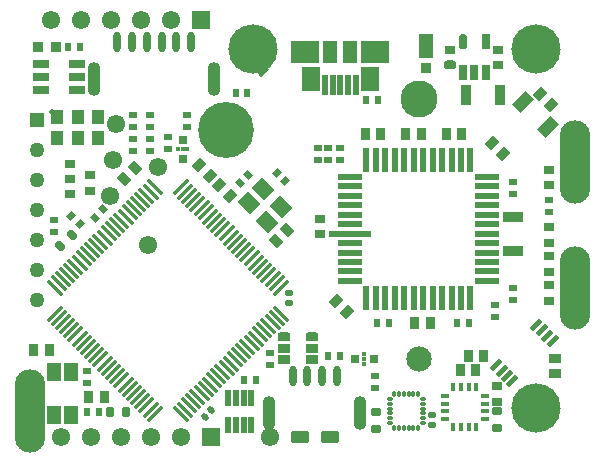
<source format=gts>
%FSLAX44Y44*%
%MOMM*%
G71*
G01*
G75*
G04 Layer_Color=8388736*
G04:AMPARAMS|DCode=10|XSize=2.8194mm|YSize=1.016mm|CornerRadius=0.508mm|HoleSize=0mm|Usage=FLASHONLY|Rotation=90.000|XOffset=0mm|YOffset=0mm|HoleType=Round|Shape=RoundedRectangle|*
%AMROUNDEDRECTD10*
21,1,2.8194,0.0000,0,0,90.0*
21,1,1.8034,1.0160,0,0,90.0*
1,1,1.0160,0.0000,0.9017*
1,1,1.0160,0.0000,-0.9017*
1,1,1.0160,0.0000,-0.9017*
1,1,1.0160,0.0000,0.9017*
%
%ADD10ROUNDEDRECTD10*%
G04:AMPARAMS|DCode=11|XSize=0.6096mm|YSize=1.7018mm|CornerRadius=0.3048mm|HoleSize=0mm|Usage=FLASHONLY|Rotation=0.000|XOffset=0mm|YOffset=0mm|HoleType=Round|Shape=RoundedRectangle|*
%AMROUNDEDRECTD11*
21,1,0.6096,1.0922,0,0,0.0*
21,1,0.0000,1.7018,0,0,0.0*
1,1,0.6096,0.0000,-0.5461*
1,1,0.6096,0.0000,-0.5461*
1,1,0.6096,0.0000,0.5461*
1,1,0.6096,0.0000,0.5461*
%
%ADD11ROUNDEDRECTD11*%
G04:AMPARAMS|DCode=12|XSize=0.508mm|YSize=0.6096mm|CornerRadius=0mm|HoleSize=0mm|Usage=FLASHONLY|Rotation=45.000|XOffset=0mm|YOffset=0mm|HoleType=Round|Shape=Rectangle|*
%AMROTATEDRECTD12*
4,1,4,0.0359,-0.3951,-0.3951,0.0359,-0.0359,0.3951,0.3951,-0.0359,0.0359,-0.3951,0.0*
%
%ADD12ROTATEDRECTD12*%

G04:AMPARAMS|DCode=13|XSize=0.3mm|YSize=1.8mm|CornerRadius=0mm|HoleSize=0mm|Usage=FLASHONLY|Rotation=225.000|XOffset=0mm|YOffset=0mm|HoleType=Round|Shape=Round|*
%AMOVALD13*
21,1,1.5000,0.3000,0.0000,0.0000,315.0*
1,1,0.3000,-0.5303,0.5303*
1,1,0.3000,0.5303,-0.5303*
%
%ADD13OVALD13*%

G04:AMPARAMS|DCode=14|XSize=0.3mm|YSize=1.8mm|CornerRadius=0mm|HoleSize=0mm|Usage=FLASHONLY|Rotation=315.000|XOffset=0mm|YOffset=0mm|HoleType=Round|Shape=Round|*
%AMOVALD14*
21,1,1.5000,0.3000,0.0000,0.0000,45.0*
1,1,0.3000,-0.5303,-0.5303*
1,1,0.3000,0.5303,0.5303*
%
%ADD14OVALD14*%

%ADD15R,0.6096X0.5080*%
%ADD16R,0.5080X0.6096*%
G04:AMPARAMS|DCode=17|XSize=0.508mm|YSize=0.6096mm|CornerRadius=0.127mm|HoleSize=0mm|Usage=FLASHONLY|Rotation=225.000|XOffset=0mm|YOffset=0mm|HoleType=Round|Shape=RoundedRectangle|*
%AMROUNDEDRECTD17*
21,1,0.5080,0.3556,0,0,225.0*
21,1,0.2540,0.6096,0,0,225.0*
1,1,0.2540,-0.2155,0.0359*
1,1,0.2540,-0.0359,0.2155*
1,1,0.2540,0.2155,-0.0359*
1,1,0.2540,0.0359,-0.2155*
%
%ADD17ROUNDEDRECTD17*%
%ADD18R,0.4318X1.3208*%
G04:AMPARAMS|DCode=19|XSize=0.6096mm|YSize=0.9144mm|CornerRadius=0.1524mm|HoleSize=0mm|Usage=FLASHONLY|Rotation=270.000|XOffset=0mm|YOffset=0mm|HoleType=Round|Shape=RoundedRectangle|*
%AMROUNDEDRECTD19*
21,1,0.6096,0.6096,0,0,270.0*
21,1,0.3048,0.9144,0,0,270.0*
1,1,0.3048,-0.3048,-0.1524*
1,1,0.3048,-0.3048,0.1524*
1,1,0.3048,0.3048,0.1524*
1,1,0.3048,0.3048,-0.1524*
%
%ADD19ROUNDEDRECTD19*%
G04:AMPARAMS|DCode=20|XSize=0.508mm|YSize=0.6096mm|CornerRadius=0.127mm|HoleSize=0mm|Usage=FLASHONLY|Rotation=90.000|XOffset=0mm|YOffset=0mm|HoleType=Round|Shape=RoundedRectangle|*
%AMROUNDEDRECTD20*
21,1,0.5080,0.3556,0,0,90.0*
21,1,0.2540,0.6096,0,0,90.0*
1,1,0.2540,0.1778,0.1270*
1,1,0.2540,0.1778,-0.1270*
1,1,0.2540,-0.1778,-0.1270*
1,1,0.2540,-0.1778,0.1270*
%
%ADD20ROUNDEDRECTD20*%
G04:AMPARAMS|DCode=21|XSize=0.4572mm|YSize=0.2286mm|CornerRadius=0.0572mm|HoleSize=0mm|Usage=FLASHONLY|Rotation=180.000|XOffset=0mm|YOffset=0mm|HoleType=Round|Shape=RoundedRectangle|*
%AMROUNDEDRECTD21*
21,1,0.4572,0.1143,0,0,180.0*
21,1,0.3429,0.2286,0,0,180.0*
1,1,0.1143,-0.1714,0.0572*
1,1,0.1143,0.1714,0.0572*
1,1,0.1143,0.1714,-0.0572*
1,1,0.1143,-0.1714,-0.0572*
%
%ADD21ROUNDEDRECTD21*%
G04:AMPARAMS|DCode=22|XSize=0.4572mm|YSize=0.2286mm|CornerRadius=0.0572mm|HoleSize=0mm|Usage=FLASHONLY|Rotation=90.000|XOffset=0mm|YOffset=0mm|HoleType=Round|Shape=RoundedRectangle|*
%AMROUNDEDRECTD22*
21,1,0.4572,0.1143,0,0,90.0*
21,1,0.3429,0.2286,0,0,90.0*
1,1,0.1143,0.0572,0.1714*
1,1,0.1143,0.0572,-0.1714*
1,1,0.1143,-0.0572,-0.1714*
1,1,0.1143,-0.0572,0.1714*
%
%ADD22ROUNDEDRECTD22*%
%ADD23R,0.9144X1.6002*%
G04:AMPARAMS|DCode=24|XSize=0.9144mm|YSize=1.6002mm|CornerRadius=0mm|HoleSize=0mm|Usage=FLASHONLY|Rotation=315.000|XOffset=0mm|YOffset=0mm|HoleType=Round|Shape=Rectangle|*
%AMROTATEDRECTD24*
4,1,4,-0.8891,-0.2425,0.2425,0.8891,0.8891,0.2425,-0.2425,-0.8891,-0.8891,-0.2425,0.0*
%
%ADD24ROTATEDRECTD24*%

%ADD25R,0.4064X0.4064*%
%ADD26R,0.6096X0.6096*%
%ADD27R,0.4572X1.7018*%
%ADD28R,0.4064X0.4064*%
%ADD29R,0.6096X0.6096*%
G04:AMPARAMS|DCode=30|XSize=1.4224mm|YSize=1.2192mm|CornerRadius=0mm|HoleSize=0mm|Usage=FLASHONLY|Rotation=315.019|XOffset=0mm|YOffset=0mm|HoleType=Round|Shape=Rectangle|*
%AMROTATEDRECTD30*
4,1,4,-0.9340,0.0715,-0.0722,0.9339,0.9340,-0.0715,0.0722,-0.9339,-0.9340,0.0715,0.0*
%
%ADD30ROTATEDRECTD30*%

%ADD31R,0.8128X0.8128*%
%ADD32R,1.1176X2.0066*%
%ADD33R,0.9144X0.7112*%
G04:AMPARAMS|DCode=34|XSize=0.7112mm|YSize=0.9144mm|CornerRadius=0.1778mm|HoleSize=0mm|Usage=FLASHONLY|Rotation=90.000|XOffset=0mm|YOffset=0mm|HoleType=Round|Shape=RoundedRectangle|*
%AMROUNDEDRECTD34*
21,1,0.7112,0.5588,0,0,90.0*
21,1,0.3556,0.9144,0,0,90.0*
1,1,0.3556,0.2794,0.1778*
1,1,0.3556,0.2794,-0.1778*
1,1,0.3556,-0.2794,-0.1778*
1,1,0.3556,-0.2794,0.1778*
%
%ADD34ROUNDEDRECTD34*%
G04:AMPARAMS|DCode=35|XSize=0.508mm|YSize=0.6096mm|CornerRadius=0mm|HoleSize=0mm|Usage=FLASHONLY|Rotation=270.010|XOffset=0mm|YOffset=0mm|HoleType=Round|Shape=Rectangle|*
%AMROTATEDRECTD35*
4,1,4,-0.3048,0.2540,0.3048,0.2541,0.3048,-0.2540,-0.3048,-0.2541,-0.3048,0.2540,0.0*
%
%ADD35ROTATEDRECTD35*%

G04:AMPARAMS|DCode=36|XSize=0.4064mm|YSize=1.0414mm|CornerRadius=0mm|HoleSize=0mm|Usage=FLASHONLY|Rotation=135.009|XOffset=0mm|YOffset=0mm|HoleType=Round|Shape=Rectangle|*
%AMROTATEDRECTD36*
4,1,4,0.5118,0.2246,-0.2244,-0.5119,-0.5118,-0.2246,0.2244,0.5119,0.5118,0.2246,0.0*
%
%ADD36ROTATEDRECTD36*%

G04:AMPARAMS|DCode=37|XSize=0.7112mm|YSize=0.9144mm|CornerRadius=0mm|HoleSize=0mm|Usage=FLASHONLY|Rotation=0.002|XOffset=0mm|YOffset=0mm|HoleType=Round|Shape=Rectangle|*
%AMROTATEDRECTD37*
4,1,4,-0.3556,-0.4572,-0.3556,0.4572,0.3556,0.4572,0.3556,-0.4572,-0.3556,-0.4572,0.0*
%
%ADD37ROTATEDRECTD37*%

%ADD38P,1.1495X4X315.0*%
G04:AMPARAMS|DCode=39|XSize=0.6604mm|YSize=0.3048mm|CornerRadius=0mm|HoleSize=0mm|Usage=FLASHONLY|Rotation=270.002|XOffset=0mm|YOffset=0mm|HoleType=Round|Shape=Rectangle|*
%AMROTATEDRECTD39*
4,1,4,-0.1524,0.3302,0.1524,0.3302,0.1524,-0.3302,-0.1524,-0.3302,-0.1524,0.3302,0.0*
%
%ADD39ROTATEDRECTD39*%

G04:AMPARAMS|DCode=40|XSize=0.6604mm|YSize=0.3048mm|CornerRadius=0mm|HoleSize=0mm|Usage=FLASHONLY|Rotation=180.002|XOffset=0mm|YOffset=0mm|HoleType=Round|Shape=Rectangle|*
%AMROTATEDRECTD40*
4,1,4,0.3302,0.1524,0.3302,-0.1524,-0.3302,-0.1524,-0.3302,0.1524,0.3302,0.1524,0.0*
%
%ADD40ROTATEDRECTD40*%

G04:AMPARAMS|DCode=41|XSize=0.7112mm|YSize=1.016mm|CornerRadius=0mm|HoleSize=0mm|Usage=FLASHONLY|Rotation=90.010|XOffset=0mm|YOffset=0mm|HoleType=Round|Shape=Rectangle|*
%AMROTATEDRECTD41*
4,1,4,0.5081,-0.3555,-0.5079,-0.3557,-0.5081,0.3555,0.5079,0.3557,0.5081,-0.3555,0.0*
%
%ADD41ROTATEDRECTD41*%

G04:AMPARAMS|DCode=42|XSize=0.7112mm|YSize=1.016mm|CornerRadius=0.1778mm|HoleSize=0mm|Usage=FLASHONLY|Rotation=90.010|XOffset=0mm|YOffset=0mm|HoleType=Round|Shape=RoundedRectangle|*
%AMROUNDEDRECTD42*
21,1,0.7112,0.6604,0,0,90.0*
21,1,0.3556,1.0160,0,0,90.0*
1,1,0.3556,0.3302,0.1779*
1,1,0.3556,0.3302,-0.1777*
1,1,0.3556,-0.3302,-0.1779*
1,1,0.3556,-0.3302,0.1777*
%
%ADD42ROUNDEDRECTD42*%
%ADD43R,0.4318X2.0066*%
%ADD44R,2.0066X0.4318*%
%ADD45R,3.5052X0.4318*%
G04:AMPARAMS|DCode=46|XSize=0.7112mm|YSize=0.9144mm|CornerRadius=0mm|HoleSize=0mm|Usage=FLASHONLY|Rotation=135.009|XOffset=0mm|YOffset=0mm|HoleType=Round|Shape=Rectangle|*
%AMROTATEDRECTD46*
4,1,4,0.5747,0.0719,-0.0717,-0.5747,-0.5747,-0.0719,0.0717,0.5747,0.5747,0.0719,0.0*
%
%ADD46ROTATEDRECTD46*%

G04:AMPARAMS|DCode=47|XSize=0.508mm|YSize=0.6096mm|CornerRadius=0mm|HoleSize=0mm|Usage=FLASHONLY|Rotation=0.002|XOffset=0mm|YOffset=0mm|HoleType=Round|Shape=Rectangle|*
%AMROTATEDRECTD47*
4,1,4,-0.2540,-0.3048,-0.2540,0.3048,0.2540,0.3048,0.2540,-0.3048,-0.2540,-0.3048,0.0*
%
%ADD47ROTATEDRECTD47*%

G04:AMPARAMS|DCode=48|XSize=0.6096mm|YSize=0.9144mm|CornerRadius=0.1524mm|HoleSize=0mm|Usage=FLASHONLY|Rotation=180.000|XOffset=0mm|YOffset=0mm|HoleType=Round|Shape=RoundedRectangle|*
%AMROUNDEDRECTD48*
21,1,0.6096,0.6096,0,0,180.0*
21,1,0.3048,0.9144,0,0,180.0*
1,1,0.3048,-0.1524,0.3048*
1,1,0.3048,0.1524,0.3048*
1,1,0.3048,0.1524,-0.3048*
1,1,0.3048,-0.1524,-0.3048*
%
%ADD48ROUNDEDRECTD48*%
G04:AMPARAMS|DCode=49|XSize=0.6096mm|YSize=0.9144mm|CornerRadius=0.1524mm|HoleSize=0mm|Usage=FLASHONLY|Rotation=45.000|XOffset=0mm|YOffset=0mm|HoleType=Round|Shape=RoundedRectangle|*
%AMROUNDEDRECTD49*
21,1,0.6096,0.6096,0,0,45.0*
21,1,0.3048,0.9144,0,0,45.0*
1,1,0.3048,0.3233,-0.1078*
1,1,0.3048,0.1078,-0.3233*
1,1,0.3048,-0.3233,0.1078*
1,1,0.3048,-0.1078,0.3233*
%
%ADD49ROUNDEDRECTD49*%
G04:AMPARAMS|DCode=50|XSize=0.7112mm|YSize=0.9144mm|CornerRadius=0mm|HoleSize=0mm|Usage=FLASHONLY|Rotation=45.011|XOffset=0mm|YOffset=0mm|HoleType=Round|Shape=Rectangle|*
%AMROTATEDRECTD50*
4,1,4,0.0720,-0.5747,-0.5747,0.0717,-0.0720,0.5747,0.5747,-0.0717,0.0720,-0.5747,0.0*
%
%ADD50ROTATEDRECTD50*%

G04:AMPARAMS|DCode=51|XSize=0.7112mm|YSize=0.9144mm|CornerRadius=0mm|HoleSize=0mm|Usage=FLASHONLY|Rotation=0.010|XOffset=0mm|YOffset=0mm|HoleType=Round|Shape=Rectangle|*
%AMROTATEDRECTD51*
4,1,4,-0.3555,-0.4573,-0.3557,0.4571,0.3555,0.4573,0.3557,-0.4571,-0.3555,-0.4573,0.0*
%
%ADD51ROTATEDRECTD51*%

G04:AMPARAMS|DCode=52|XSize=1.4224mm|YSize=1.0668mm|CornerRadius=0mm|HoleSize=0mm|Usage=FLASHONLY|Rotation=270.010|XOffset=0mm|YOffset=0mm|HoleType=Round|Shape=Rectangle|*
%AMROTATEDRECTD52*
4,1,4,-0.5335,0.7111,0.5333,0.7113,0.5335,-0.7111,-0.5333,-0.7113,-0.5335,0.7111,0.0*
%
%ADD52ROTATEDRECTD52*%

G04:AMPARAMS|DCode=53|XSize=0.7112mm|YSize=0.9144mm|CornerRadius=0mm|HoleSize=0mm|Usage=FLASHONLY|Rotation=90.010|XOffset=0mm|YOffset=0mm|HoleType=Round|Shape=Rectangle|*
%AMROTATEDRECTD53*
4,1,4,0.4573,-0.3555,-0.4571,-0.3557,-0.4573,0.3555,0.4571,0.3557,0.4573,-0.3555,0.0*
%
%ADD53ROTATEDRECTD53*%

G04:AMPARAMS|DCode=54|XSize=0.508mm|YSize=0.6096mm|CornerRadius=0mm|HoleSize=0mm|Usage=FLASHONLY|Rotation=135.000|XOffset=0mm|YOffset=0mm|HoleType=Round|Shape=Rectangle|*
%AMROTATEDRECTD54*
4,1,4,0.3951,0.0359,-0.0359,-0.3951,-0.3951,-0.0359,0.0359,0.3951,0.3951,0.0359,0.0*
%
%ADD54ROTATEDRECTD54*%

G04:AMPARAMS|DCode=55|XSize=0.5588mm|YSize=1.2192mm|CornerRadius=0.1397mm|HoleSize=0mm|Usage=FLASHONLY|Rotation=0.002|XOffset=0mm|YOffset=0mm|HoleType=Round|Shape=RoundedRectangle|*
%AMROUNDEDRECTD55*
21,1,0.5588,0.9398,0,0,0.0*
21,1,0.2794,1.2192,0,0,0.0*
1,1,0.2794,0.1397,-0.4699*
1,1,0.2794,-0.1397,-0.4699*
1,1,0.2794,-0.1397,0.4699*
1,1,0.2794,0.1397,0.4699*
%
%ADD55ROUNDEDRECTD55*%
G04:AMPARAMS|DCode=56|XSize=0.5588mm|YSize=1.2192mm|CornerRadius=0mm|HoleSize=0mm|Usage=FLASHONLY|Rotation=0.002|XOffset=0mm|YOffset=0mm|HoleType=Round|Shape=Rectangle|*
%AMROTATEDRECTD56*
4,1,4,-0.2794,-0.6096,-0.2794,0.6096,0.2794,0.6096,0.2794,-0.6096,-0.2794,-0.6096,0.0*
%
%ADD56ROTATEDRECTD56*%

G04:AMPARAMS|DCode=57|XSize=0.508mm|YSize=0.6096mm|CornerRadius=0mm|HoleSize=0mm|Usage=FLASHONLY|Rotation=135.009|XOffset=0mm|YOffset=0mm|HoleType=Round|Shape=Rectangle|*
%AMROTATEDRECTD57*
4,1,4,0.3951,0.0360,-0.0359,-0.3951,-0.3951,-0.0360,0.0359,0.3951,0.3951,0.0360,0.0*
%
%ADD57ROTATEDRECTD57*%

%ADD58R,1.4986X2.1082*%
%ADD59R,2.3876X1.9050*%
%ADD60R,1.1938X1.9050*%
%ADD61R,1.0160X1.1176*%
%ADD62R,1.3208X0.7112*%
%ADD63R,1.6002X0.9144*%
%ADD64C,0.1270*%
%ADD65C,0.3000*%
%ADD66C,0.5000*%
%ADD67C,0.7000*%
%ADD68C,0.2540*%
%ADD69C,0.3810*%
%ADD70O,2.5400X7.0000*%
%ADD71C,1.5000*%
%ADD72R,1.5000X1.5000*%
%ADD73C,4.1148*%
%ADD74C,4.6863*%
%ADD75R,1.2192X1.2192*%
%ADD76C,1.2192*%
%ADD77C,3.0861*%
%ADD78C,2.0860*%
G04:AMPARAMS|DCode=79|XSize=1.5mm|YSize=1mm|CornerRadius=0.25mm|HoleSize=0mm|Usage=FLASHONLY|Rotation=180.000|XOffset=0mm|YOffset=0mm|HoleType=Round|Shape=RoundedRectangle|*
%AMROUNDEDRECTD79*
21,1,1.5000,0.5000,0,0,180.0*
21,1,1.0000,1.0000,0,0,180.0*
1,1,0.5000,-0.5000,0.2500*
1,1,0.5000,0.5000,0.2500*
1,1,0.5000,0.5000,-0.2500*
1,1,0.5000,-0.5000,-0.2500*
%
%ADD79ROUNDEDRECTD79*%
%ADD80C,0.4500*%
%ADD81O,3.0000X9.0000*%
%ADD82R,0.7366X2.5000*%
%ADD83R,0.7366X2.7940*%
G04:AMPARAMS|DCode=84|XSize=1.016mm|YSize=1.016mm|CornerRadius=0.508mm|HoleSize=0mm|Usage=FLASHONLY|Rotation=90.000|XOffset=0mm|YOffset=0mm|HoleType=Round|Shape=RoundedRectangle|*
%AMROUNDEDRECTD84*
21,1,1.0160,0.0000,0,0,90.0*
21,1,0.0000,1.0160,0,0,90.0*
1,1,1.0160,0.0000,0.0000*
1,1,1.0160,0.0000,0.0000*
1,1,1.0160,0.0000,0.0000*
1,1,1.0160,0.0000,0.0000*
%
%ADD84ROUNDEDRECTD84*%
G04:AMPARAMS|DCode=85|XSize=1.27mm|YSize=1.27mm|CornerRadius=0.635mm|HoleSize=0mm|Usage=FLASHONLY|Rotation=90.000|XOffset=0mm|YOffset=0mm|HoleType=Round|Shape=RoundedRectangle|*
%AMROUNDEDRECTD85*
21,1,1.2700,0.0000,0,0,90.0*
21,1,0.0000,1.2700,0,0,90.0*
1,1,1.2700,0.0000,0.0000*
1,1,1.2700,0.0000,0.0000*
1,1,1.2700,0.0000,0.0000*
1,1,1.2700,0.0000,0.0000*
%
%ADD85ROUNDEDRECTD85*%
%ADD86C,0.0127*%
%ADD87C,0.6000*%
%ADD88C,0.2500*%
%ADD89C,0.1016*%
%ADD90C,0.3048*%
%ADD91C,0.2032*%
%ADD92C,0.0000*%
%ADD93C,0.0130*%
%ADD94C,0.2000*%
%ADD95C,0.1524*%
%ADD96C,0.5080*%
%ADD97C,1.6002*%
%ADD98C,0.4064*%
%ADD99R,0.0124X0.0218*%
%ADD100R,0.0232X0.0193*%
%ADD101R,0.0122X0.1005*%
%ADD102R,0.0225X0.1053*%
%ADD103R,1.3257X0.0530*%
%ADD104R,0.0055X0.0608*%
%ADD105R,0.7226X0.1174*%
%ADD106R,0.0406X0.0331*%
%ADD107R,0.0126X0.0144*%
%ADD108R,0.0245X0.0060*%
%ADD109R,0.0323X0.0218*%
%ADD110R,0.0323X0.0207*%
%ADD111R,0.0082X0.0146*%
%ADD112R,0.0254X0.0212*%
%ADD113R,0.0044X0.0416*%
%ADD114R,0.0337X0.0459*%
%ADD115R,0.0049X0.0274*%
%ADD116R,0.0497X0.0384*%
%ADD117R,0.0472X0.0218*%
%ADD118R,0.0427X0.0300*%
%ADD119R,0.0572X0.0286*%
%ADD120R,0.0335X0.0872*%
%ADD121R,0.0398X0.0221*%
%ADD122R,0.0732X0.0568*%
%ADD123R,0.0288X0.0181*%
%ADD124R,0.0393X0.0104*%
%ADD125R,0.0484X0.0328*%
%ADD126R,0.0541X0.0809*%
%ADD127R,0.0479X0.0922*%
%ADD128R,0.0304X0.0082*%
%ADD129R,0.0294X0.1092*%
%ADD130R,0.0278X0.0228*%
%ADD131R,0.0168X0.0271*%
%ADD132R,0.0227X0.0739*%
%ADD133R,0.0521X0.0883*%
%ADD134R,0.0356X0.1063*%
%ADD135R,0.0039X0.0299*%
%ADD136R,0.0735X0.0567*%
%ADD137R,0.0876X0.0324*%
%ADD138R,0.1143X0.0771*%
%ADD139R,0.0019X0.0732*%
%ADD140R,0.0077X0.0288*%
%ADD141R,0.0432X0.0393*%
%ADD142R,0.0587X0.0587*%
%ADD143R,0.1174X0.0587*%
%ADD144R,0.7209X0.1174*%
%ADD145R,0.1154X0.0734*%
%ADD146R,0.1174X0.5264*%
%ADD147R,0.7193X0.1174*%
%ADD148R,0.1174X0.5264*%
G04:AMPARAMS|DCode=149|XSize=0.1524mm|YSize=0.6048mm|CornerRadius=0mm|HoleSize=0mm|Usage=FLASHONLY|Rotation=45.000|XOffset=0mm|YOffset=0mm|HoleType=Round|Shape=Rectangle|*
%AMROTATEDRECTD149*
4,1,4,0.1600,-0.2677,-0.2677,0.1600,-0.1600,0.2677,0.2677,-0.1600,0.1600,-0.2677,0.0*
%
%ADD149ROTATEDRECTD149*%

%ADD150R,0.6048X0.1524*%
%ADD151R,0.1524X0.6048*%
G04:AMPARAMS|DCode=152|XSize=0.1524mm|YSize=0.6048mm|CornerRadius=0mm|HoleSize=0mm|Usage=FLASHONLY|Rotation=270.010|XOffset=0mm|YOffset=0mm|HoleType=Round|Shape=Rectangle|*
%AMROTATEDRECTD152*
4,1,4,-0.3024,0.0762,0.3024,0.0763,0.3024,-0.0762,-0.3024,-0.0763,-0.3024,0.0762,0.0*
%
%ADD152ROTATEDRECTD152*%

G04:AMPARAMS|DCode=153|XSize=0.1524mm|YSize=0.6048mm|CornerRadius=0mm|HoleSize=0mm|Usage=FLASHONLY|Rotation=0.002|XOffset=0mm|YOffset=0mm|HoleType=Round|Shape=Rectangle|*
%AMROTATEDRECTD153*
4,1,4,-0.0762,-0.3024,-0.0762,0.3024,0.0762,0.3024,0.0762,-0.3024,-0.0762,-0.3024,0.0*
%
%ADD153ROTATEDRECTD153*%

%ADD154R,0.7112X0.4064*%
G04:AMPARAMS|DCode=155|XSize=0.1524mm|YSize=0.6048mm|CornerRadius=0mm|HoleSize=0mm|Usage=FLASHONLY|Rotation=135.000|XOffset=0mm|YOffset=0mm|HoleType=Round|Shape=Rectangle|*
%AMROTATEDRECTD155*
4,1,4,0.2677,0.1600,-0.1600,-0.2677,-0.2677,-0.1600,0.1600,0.2677,0.2677,0.1600,0.0*
%
%ADD155ROTATEDRECTD155*%

%ADD156R,0.7620X0.4572*%
G04:AMPARAMS|DCode=157|XSize=2.6162mm|YSize=0.8128mm|CornerRadius=0.4064mm|HoleSize=0mm|Usage=FLASHONLY|Rotation=90.000|XOffset=0mm|YOffset=0mm|HoleType=Round|Shape=RoundedRectangle|*
%AMROUNDEDRECTD157*
21,1,2.6162,0.0000,0,0,90.0*
21,1,1.8034,0.8128,0,0,90.0*
1,1,0.8128,0.0000,0.9017*
1,1,0.8128,0.0000,-0.9017*
1,1,0.8128,0.0000,-0.9017*
1,1,0.8128,0.0000,0.9017*
%
%ADD157ROUNDEDRECTD157*%
G04:AMPARAMS|DCode=158|XSize=0.4064mm|YSize=1.4986mm|CornerRadius=0.2032mm|HoleSize=0mm|Usage=FLASHONLY|Rotation=0.000|XOffset=0mm|YOffset=0mm|HoleType=Round|Shape=RoundedRectangle|*
%AMROUNDEDRECTD158*
21,1,0.4064,1.0922,0,0,0.0*
21,1,0.0000,1.4986,0,0,0.0*
1,1,0.4064,0.0000,-0.5461*
1,1,0.4064,0.0000,-0.5461*
1,1,0.4064,0.0000,0.5461*
1,1,0.4064,0.0000,0.5461*
%
%ADD158ROUNDEDRECTD158*%
G04:AMPARAMS|DCode=159|XSize=0.3048mm|YSize=0.4064mm|CornerRadius=0mm|HoleSize=0mm|Usage=FLASHONLY|Rotation=45.000|XOffset=0mm|YOffset=0mm|HoleType=Round|Shape=Rectangle|*
%AMROTATEDRECTD159*
4,1,4,0.0359,-0.2515,-0.2515,0.0359,-0.0359,0.2515,0.2515,-0.0359,0.0359,-0.2515,0.0*
%
%ADD159ROTATEDRECTD159*%

G04:AMPARAMS|DCode=160|XSize=0.0968mm|YSize=1.5968mm|CornerRadius=0mm|HoleSize=0mm|Usage=FLASHONLY|Rotation=225.000|XOffset=0mm|YOffset=0mm|HoleType=Round|Shape=Round|*
%AMOVALD160*
21,1,1.5000,0.0968,0.0000,0.0000,315.0*
1,1,0.0968,-0.5303,0.5303*
1,1,0.0968,0.5303,-0.5303*
%
%ADD160OVALD160*%

G04:AMPARAMS|DCode=161|XSize=0.0968mm|YSize=1.5968mm|CornerRadius=0mm|HoleSize=0mm|Usage=FLASHONLY|Rotation=315.000|XOffset=0mm|YOffset=0mm|HoleType=Round|Shape=Round|*
%AMOVALD161*
21,1,1.5000,0.0968,0.0000,0.0000,45.0*
1,1,0.0968,-0.5303,-0.5303*
1,1,0.0968,0.5303,0.5303*
%
%ADD161OVALD161*%

%ADD162R,0.4064X0.3048*%
%ADD163R,0.3048X0.4064*%
G04:AMPARAMS|DCode=164|XSize=0.3048mm|YSize=0.4064mm|CornerRadius=0.0254mm|HoleSize=0mm|Usage=FLASHONLY|Rotation=225.000|XOffset=0mm|YOffset=0mm|HoleType=Round|Shape=RoundedRectangle|*
%AMROUNDEDRECTD164*
21,1,0.3048,0.3556,0,0,225.0*
21,1,0.2540,0.4064,0,0,225.0*
1,1,0.0508,-0.2155,0.0359*
1,1,0.0508,-0.0359,0.2155*
1,1,0.0508,0.2155,-0.0359*
1,1,0.0508,0.0359,-0.2155*
%
%ADD164ROUNDEDRECTD164*%
%ADD165R,0.2286X1.1176*%
G04:AMPARAMS|DCode=166|XSize=0.4064mm|YSize=0.7112mm|CornerRadius=0.0508mm|HoleSize=0mm|Usage=FLASHONLY|Rotation=270.000|XOffset=0mm|YOffset=0mm|HoleType=Round|Shape=RoundedRectangle|*
%AMROUNDEDRECTD166*
21,1,0.4064,0.6096,0,0,270.0*
21,1,0.3048,0.7112,0,0,270.0*
1,1,0.1016,-0.3048,-0.1524*
1,1,0.1016,-0.3048,0.1524*
1,1,0.1016,0.3048,0.1524*
1,1,0.1016,0.3048,-0.1524*
%
%ADD166ROUNDEDRECTD166*%
G04:AMPARAMS|DCode=167|XSize=0.3048mm|YSize=0.4064mm|CornerRadius=0.0254mm|HoleSize=0mm|Usage=FLASHONLY|Rotation=90.000|XOffset=0mm|YOffset=0mm|HoleType=Round|Shape=RoundedRectangle|*
%AMROUNDEDRECTD167*
21,1,0.3048,0.3556,0,0,90.0*
21,1,0.2540,0.4064,0,0,90.0*
1,1,0.0508,0.1778,0.1270*
1,1,0.0508,0.1778,-0.1270*
1,1,0.0508,-0.1778,-0.1270*
1,1,0.0508,-0.1778,0.1270*
%
%ADD167ROUNDEDRECTD167*%
G04:AMPARAMS|DCode=168|XSize=0.254mm|YSize=0.0254mm|CornerRadius=0mm|HoleSize=0mm|Usage=FLASHONLY|Rotation=180.000|XOffset=0mm|YOffset=0mm|HoleType=Round|Shape=RoundedRectangle|*
%AMROUNDEDRECTD168*
21,1,0.2540,0.0254,0,0,180.0*
21,1,0.2540,0.0254,0,0,180.0*
1,1,0.0000,-0.1270,0.0127*
1,1,0.0000,0.1270,0.0127*
1,1,0.0000,0.1270,-0.0127*
1,1,0.0000,-0.1270,-0.0127*
%
%ADD168ROUNDEDRECTD168*%
G04:AMPARAMS|DCode=169|XSize=0.254mm|YSize=0.0254mm|CornerRadius=0mm|HoleSize=0mm|Usage=FLASHONLY|Rotation=90.000|XOffset=0mm|YOffset=0mm|HoleType=Round|Shape=RoundedRectangle|*
%AMROUNDEDRECTD169*
21,1,0.2540,0.0254,0,0,90.0*
21,1,0.2540,0.0254,0,0,90.0*
1,1,0.0000,0.0127,0.1270*
1,1,0.0000,0.0127,-0.1270*
1,1,0.0000,-0.0127,-0.1270*
1,1,0.0000,-0.0127,0.1270*
%
%ADD169ROUNDEDRECTD169*%
%ADD170R,0.7112X1.3970*%
G04:AMPARAMS|DCode=171|XSize=0.7112mm|YSize=1.397mm|CornerRadius=0mm|HoleSize=0mm|Usage=FLASHONLY|Rotation=315.000|XOffset=0mm|YOffset=0mm|HoleType=Round|Shape=Rectangle|*
%AMROTATEDRECTD171*
4,1,4,-0.7454,-0.2425,0.2425,0.7454,0.7454,0.2425,-0.2425,-0.7454,-0.7454,-0.2425,0.0*
%
%ADD171ROTATEDRECTD171*%

%ADD172R,0.2032X0.2032*%
%ADD173R,0.2540X1.4986*%
%ADD174R,0.2032X0.2032*%
G04:AMPARAMS|DCode=175|XSize=1.2192mm|YSize=1.016mm|CornerRadius=0mm|HoleSize=0mm|Usage=FLASHONLY|Rotation=315.019|XOffset=0mm|YOffset=0mm|HoleType=Round|Shape=Rectangle|*
%AMROTATEDRECTD175*
4,1,4,-0.7903,0.0716,-0.0721,0.7902,0.7903,-0.0716,0.0721,-0.7902,-0.7903,0.0716,0.0*
%
%ADD175ROTATEDRECTD175*%

%ADD176R,0.9144X1.8034*%
%ADD177R,0.7112X0.5080*%
G04:AMPARAMS|DCode=178|XSize=0.508mm|YSize=0.7112mm|CornerRadius=0.0762mm|HoleSize=0mm|Usage=FLASHONLY|Rotation=90.000|XOffset=0mm|YOffset=0mm|HoleType=Round|Shape=RoundedRectangle|*
%AMROUNDEDRECTD178*
21,1,0.5080,0.5588,0,0,90.0*
21,1,0.3556,0.7112,0,0,90.0*
1,1,0.1524,0.2794,0.1778*
1,1,0.1524,0.2794,-0.1778*
1,1,0.1524,-0.2794,-0.1778*
1,1,0.1524,-0.2794,0.1778*
%
%ADD178ROUNDEDRECTD178*%
G04:AMPARAMS|DCode=179|XSize=0.3048mm|YSize=0.4064mm|CornerRadius=0mm|HoleSize=0mm|Usage=FLASHONLY|Rotation=270.010|XOffset=0mm|YOffset=0mm|HoleType=Round|Shape=Rectangle|*
%AMROTATEDRECTD179*
4,1,4,-0.2032,0.1524,0.2032,0.1524,0.2032,-0.1524,-0.2032,-0.1524,-0.2032,0.1524,0.0*
%
%ADD179ROTATEDRECTD179*%

G04:AMPARAMS|DCode=180|XSize=0.2032mm|YSize=0.8382mm|CornerRadius=0mm|HoleSize=0mm|Usage=FLASHONLY|Rotation=135.009|XOffset=0mm|YOffset=0mm|HoleType=Round|Shape=Rectangle|*
%AMROTATEDRECTD180*
4,1,4,0.3682,0.2246,-0.2245,-0.3682,-0.3682,-0.2246,0.2245,0.3682,0.3682,0.2246,0.0*
%
%ADD180ROTATEDRECTD180*%

G04:AMPARAMS|DCode=181|XSize=0.508mm|YSize=0.7112mm|CornerRadius=0mm|HoleSize=0mm|Usage=FLASHONLY|Rotation=0.002|XOffset=0mm|YOffset=0mm|HoleType=Round|Shape=Rectangle|*
%AMROTATEDRECTD181*
4,1,4,-0.2540,-0.3556,-0.2540,0.3556,0.2540,0.3556,0.2540,-0.3556,-0.2540,-0.3556,0.0*
%
%ADD181ROTATEDRECTD181*%

G04:AMPARAMS|DCode=182|XSize=0.4572mm|YSize=0.1016mm|CornerRadius=0mm|HoleSize=0mm|Usage=FLASHONLY|Rotation=270.002|XOffset=0mm|YOffset=0mm|HoleType=Round|Shape=Rectangle|*
%AMROTATEDRECTD182*
4,1,4,-0.0508,0.2286,0.0508,0.2286,0.0508,-0.2286,-0.0508,-0.2286,-0.0508,0.2286,0.0*
%
%ADD182ROTATEDRECTD182*%

G04:AMPARAMS|DCode=183|XSize=0.4572mm|YSize=0.1016mm|CornerRadius=0mm|HoleSize=0mm|Usage=FLASHONLY|Rotation=180.002|XOffset=0mm|YOffset=0mm|HoleType=Round|Shape=Rectangle|*
%AMROTATEDRECTD183*
4,1,4,0.2286,0.0508,0.2286,-0.0508,-0.2286,-0.0508,-0.2286,0.0508,0.2286,0.0508,0.0*
%
%ADD183ROTATEDRECTD183*%

G04:AMPARAMS|DCode=184|XSize=0.508mm|YSize=0.8128mm|CornerRadius=0mm|HoleSize=0mm|Usage=FLASHONLY|Rotation=90.010|XOffset=0mm|YOffset=0mm|HoleType=Round|Shape=Rectangle|*
%AMROTATEDRECTD184*
4,1,4,0.4064,-0.2539,-0.4064,-0.2541,-0.4064,0.2539,0.4064,0.2541,0.4064,-0.2539,0.0*
%
%ADD184ROTATEDRECTD184*%

G04:AMPARAMS|DCode=185|XSize=0.508mm|YSize=0.8128mm|CornerRadius=0.0762mm|HoleSize=0mm|Usage=FLASHONLY|Rotation=90.010|XOffset=0mm|YOffset=0mm|HoleType=Round|Shape=RoundedRectangle|*
%AMROUNDEDRECTD185*
21,1,0.5080,0.6604,0,0,90.0*
21,1,0.3556,0.8128,0,0,90.0*
1,1,0.1524,0.3302,0.1779*
1,1,0.1524,0.3302,-0.1777*
1,1,0.1524,-0.3302,-0.1779*
1,1,0.1524,-0.3302,0.1777*
%
%ADD185ROUNDEDRECTD185*%
%ADD186R,0.2286X1.8034*%
%ADD187R,1.8034X0.2286*%
%ADD188R,3.3020X0.2286*%
G04:AMPARAMS|DCode=189|XSize=0.508mm|YSize=0.7112mm|CornerRadius=0mm|HoleSize=0mm|Usage=FLASHONLY|Rotation=135.009|XOffset=0mm|YOffset=0mm|HoleType=Round|Shape=Rectangle|*
%AMROTATEDRECTD189*
4,1,4,0.4310,0.0719,-0.0718,-0.4311,-0.4310,-0.0719,0.0718,0.4311,0.4310,0.0719,0.0*
%
%ADD189ROTATEDRECTD189*%

G04:AMPARAMS|DCode=190|XSize=0.3048mm|YSize=0.4064mm|CornerRadius=0mm|HoleSize=0mm|Usage=FLASHONLY|Rotation=0.002|XOffset=0mm|YOffset=0mm|HoleType=Round|Shape=Rectangle|*
%AMROTATEDRECTD190*
4,1,4,-0.1524,-0.2032,-0.1524,0.2032,0.1524,0.2032,0.1524,-0.2032,-0.1524,-0.2032,0.0*
%
%ADD190ROTATEDRECTD190*%

G04:AMPARAMS|DCode=191|XSize=0.4064mm|YSize=0.7112mm|CornerRadius=0.0508mm|HoleSize=0mm|Usage=FLASHONLY|Rotation=180.000|XOffset=0mm|YOffset=0mm|HoleType=Round|Shape=RoundedRectangle|*
%AMROUNDEDRECTD191*
21,1,0.4064,0.6096,0,0,180.0*
21,1,0.3048,0.7112,0,0,180.0*
1,1,0.1016,-0.1524,0.3048*
1,1,0.1016,0.1524,0.3048*
1,1,0.1016,0.1524,-0.3048*
1,1,0.1016,-0.1524,-0.3048*
%
%ADD191ROUNDEDRECTD191*%
G04:AMPARAMS|DCode=192|XSize=0.4064mm|YSize=0.7112mm|CornerRadius=0.0508mm|HoleSize=0mm|Usage=FLASHONLY|Rotation=45.000|XOffset=0mm|YOffset=0mm|HoleType=Round|Shape=RoundedRectangle|*
%AMROUNDEDRECTD192*
21,1,0.4064,0.6096,0,0,45.0*
21,1,0.3048,0.7112,0,0,45.0*
1,1,0.1016,0.3233,-0.1078*
1,1,0.1016,0.1078,-0.3233*
1,1,0.1016,-0.3233,0.1078*
1,1,0.1016,-0.1078,0.3233*
%
%ADD192ROUNDEDRECTD192*%
G04:AMPARAMS|DCode=193|XSize=0.508mm|YSize=0.7112mm|CornerRadius=0mm|HoleSize=0mm|Usage=FLASHONLY|Rotation=45.011|XOffset=0mm|YOffset=0mm|HoleType=Round|Shape=Rectangle|*
%AMROTATEDRECTD193*
4,1,4,0.0719,-0.4310,-0.4311,0.0718,-0.0719,0.4310,0.4311,-0.0718,0.0719,-0.4310,0.0*
%
%ADD193ROTATEDRECTD193*%

G04:AMPARAMS|DCode=194|XSize=0.508mm|YSize=0.7112mm|CornerRadius=0mm|HoleSize=0mm|Usage=FLASHONLY|Rotation=0.010|XOffset=0mm|YOffset=0mm|HoleType=Round|Shape=Rectangle|*
%AMROTATEDRECTD194*
4,1,4,-0.2539,-0.3556,-0.2541,0.3556,0.2539,0.3556,0.2541,-0.3556,-0.2539,-0.3556,0.0*
%
%ADD194ROTATEDRECTD194*%

G04:AMPARAMS|DCode=195|XSize=1.2192mm|YSize=0.8636mm|CornerRadius=0mm|HoleSize=0mm|Usage=FLASHONLY|Rotation=270.010|XOffset=0mm|YOffset=0mm|HoleType=Round|Shape=Rectangle|*
%AMROTATEDRECTD195*
4,1,4,-0.4319,0.6095,0.4317,0.6097,0.4319,-0.6095,-0.4317,-0.6097,-0.4319,0.6095,0.0*
%
%ADD195ROTATEDRECTD195*%

G04:AMPARAMS|DCode=196|XSize=0.508mm|YSize=0.7112mm|CornerRadius=0mm|HoleSize=0mm|Usage=FLASHONLY|Rotation=90.010|XOffset=0mm|YOffset=0mm|HoleType=Round|Shape=Rectangle|*
%AMROTATEDRECTD196*
4,1,4,0.3556,-0.2539,-0.3556,-0.2541,-0.3556,0.2539,0.3556,0.2541,0.3556,-0.2539,0.0*
%
%ADD196ROTATEDRECTD196*%

G04:AMPARAMS|DCode=197|XSize=0.3048mm|YSize=0.4064mm|CornerRadius=0mm|HoleSize=0mm|Usage=FLASHONLY|Rotation=135.000|XOffset=0mm|YOffset=0mm|HoleType=Round|Shape=Rectangle|*
%AMROTATEDRECTD197*
4,1,4,0.2515,0.0359,-0.0359,-0.2515,-0.2515,-0.0359,0.0359,0.2515,0.2515,0.0359,0.0*
%
%ADD197ROTATEDRECTD197*%

G04:AMPARAMS|DCode=198|XSize=0.3556mm|YSize=1.016mm|CornerRadius=0.0381mm|HoleSize=0mm|Usage=FLASHONLY|Rotation=0.002|XOffset=0mm|YOffset=0mm|HoleType=Round|Shape=RoundedRectangle|*
%AMROUNDEDRECTD198*
21,1,0.3556,0.9398,0,0,0.0*
21,1,0.2794,1.0160,0,0,0.0*
1,1,0.0762,0.1397,-0.4699*
1,1,0.0762,-0.1397,-0.4699*
1,1,0.0762,-0.1397,0.4699*
1,1,0.0762,0.1397,0.4699*
%
%ADD198ROUNDEDRECTD198*%
G04:AMPARAMS|DCode=199|XSize=0.3556mm|YSize=1.016mm|CornerRadius=0mm|HoleSize=0mm|Usage=FLASHONLY|Rotation=0.002|XOffset=0mm|YOffset=0mm|HoleType=Round|Shape=Rectangle|*
%AMROTATEDRECTD199*
4,1,4,-0.1778,-0.5080,-0.1778,0.5080,0.1778,0.5080,0.1778,-0.5080,-0.1778,-0.5080,0.0*
%
%ADD199ROTATEDRECTD199*%

G04:AMPARAMS|DCode=200|XSize=0.3048mm|YSize=0.4064mm|CornerRadius=0mm|HoleSize=0mm|Usage=FLASHONLY|Rotation=135.009|XOffset=0mm|YOffset=0mm|HoleType=Round|Shape=Rectangle|*
%AMROTATEDRECTD200*
4,1,4,0.2514,0.0360,-0.0359,-0.2515,-0.2514,-0.0360,0.0359,0.2515,0.2514,0.0360,0.0*
%
%ADD200ROTATEDRECTD200*%

%ADD201R,1.2954X1.9050*%
%ADD202R,2.1844X1.7018*%
%ADD203R,0.9906X1.7018*%
%ADD204R,0.8128X0.9144*%
%ADD205R,1.1176X0.5080*%
%ADD206R,1.3970X0.7112*%
G04:AMPARAMS|DCode=207|XSize=2.8702mm|YSize=1.0668mm|CornerRadius=0.5334mm|HoleSize=0mm|Usage=FLASHONLY|Rotation=90.000|XOffset=0mm|YOffset=0mm|HoleType=Round|Shape=RoundedRectangle|*
%AMROUNDEDRECTD207*
21,1,2.8702,0.0000,0,0,90.0*
21,1,1.8034,1.0668,0,0,90.0*
1,1,1.0668,0.0000,0.9017*
1,1,1.0668,0.0000,-0.9017*
1,1,1.0668,0.0000,-0.9017*
1,1,1.0668,0.0000,0.9017*
%
%ADD207ROUNDEDRECTD207*%
G04:AMPARAMS|DCode=208|XSize=0.6604mm|YSize=1.7526mm|CornerRadius=0.3302mm|HoleSize=0mm|Usage=FLASHONLY|Rotation=0.000|XOffset=0mm|YOffset=0mm|HoleType=Round|Shape=RoundedRectangle|*
%AMROUNDEDRECTD208*
21,1,0.6604,1.0922,0,0,0.0*
21,1,0.0000,1.7526,0,0,0.0*
1,1,0.6604,0.0000,-0.5461*
1,1,0.6604,0.0000,-0.5461*
1,1,0.6604,0.0000,0.5461*
1,1,0.6604,0.0000,0.5461*
%
%ADD208ROUNDEDRECTD208*%
G04:AMPARAMS|DCode=209|XSize=0.5588mm|YSize=0.6604mm|CornerRadius=0mm|HoleSize=0mm|Usage=FLASHONLY|Rotation=45.000|XOffset=0mm|YOffset=0mm|HoleType=Round|Shape=Rectangle|*
%AMROTATEDRECTD209*
4,1,4,0.0359,-0.4310,-0.4310,0.0359,-0.0359,0.4310,0.4310,-0.0359,0.0359,-0.4310,0.0*
%
%ADD209ROTATEDRECTD209*%

G04:AMPARAMS|DCode=210|XSize=0.3508mm|YSize=1.8508mm|CornerRadius=0mm|HoleSize=0mm|Usage=FLASHONLY|Rotation=225.000|XOffset=0mm|YOffset=0mm|HoleType=Round|Shape=Round|*
%AMOVALD210*
21,1,1.5000,0.3508,0.0000,0.0000,315.0*
1,1,0.3508,-0.5303,0.5303*
1,1,0.3508,0.5303,-0.5303*
%
%ADD210OVALD210*%

G04:AMPARAMS|DCode=211|XSize=0.3508mm|YSize=1.8508mm|CornerRadius=0mm|HoleSize=0mm|Usage=FLASHONLY|Rotation=315.000|XOffset=0mm|YOffset=0mm|HoleType=Round|Shape=Round|*
%AMOVALD211*
21,1,1.5000,0.3508,0.0000,0.0000,45.0*
1,1,0.3508,-0.5303,-0.5303*
1,1,0.3508,0.5303,0.5303*
%
%ADD211OVALD211*%

%ADD212R,0.6604X0.5588*%
%ADD213R,0.5588X0.6604*%
%ADD214R,0.4826X1.3716*%
G04:AMPARAMS|DCode=215|XSize=0.508mm|YSize=0.2794mm|CornerRadius=0.0826mm|HoleSize=0mm|Usage=FLASHONLY|Rotation=180.000|XOffset=0mm|YOffset=0mm|HoleType=Round|Shape=RoundedRectangle|*
%AMROUNDEDRECTD215*
21,1,0.5080,0.1143,0,0,180.0*
21,1,0.3429,0.2794,0,0,180.0*
1,1,0.1651,-0.1714,0.0572*
1,1,0.1651,0.1714,0.0572*
1,1,0.1651,0.1714,-0.0572*
1,1,0.1651,-0.1714,-0.0572*
%
%ADD215ROUNDEDRECTD215*%
G04:AMPARAMS|DCode=216|XSize=0.508mm|YSize=0.2794mm|CornerRadius=0.0826mm|HoleSize=0mm|Usage=FLASHONLY|Rotation=90.000|XOffset=0mm|YOffset=0mm|HoleType=Round|Shape=RoundedRectangle|*
%AMROUNDEDRECTD216*
21,1,0.5080,0.1143,0,0,90.0*
21,1,0.3429,0.2794,0,0,90.0*
1,1,0.1651,0.0572,0.1714*
1,1,0.1651,0.0572,-0.1714*
1,1,0.1651,-0.0572,-0.1714*
1,1,0.1651,-0.0572,0.1714*
%
%ADD216ROUNDEDRECTD216*%
%ADD217R,0.9652X1.6510*%
G04:AMPARAMS|DCode=218|XSize=0.9652mm|YSize=1.651mm|CornerRadius=0mm|HoleSize=0mm|Usage=FLASHONLY|Rotation=315.000|XOffset=0mm|YOffset=0mm|HoleType=Round|Shape=Rectangle|*
%AMROTATEDRECTD218*
4,1,4,-0.9250,-0.2425,0.2425,0.9250,0.9250,0.2425,-0.2425,-0.9250,-0.9250,-0.2425,0.0*
%
%ADD218ROTATEDRECTD218*%

%ADD219R,0.4572X0.4572*%
%ADD220R,0.6604X0.6604*%
%ADD221R,0.5080X1.7526*%
%ADD222R,0.4572X0.4572*%
%ADD223R,0.6604X0.6604*%
G04:AMPARAMS|DCode=224|XSize=1.4732mm|YSize=1.27mm|CornerRadius=0mm|HoleSize=0mm|Usage=FLASHONLY|Rotation=315.019|XOffset=0mm|YOffset=0mm|HoleType=Round|Shape=Rectangle|*
%AMROTATEDRECTD224*
4,1,4,-0.9699,0.0715,-0.0722,0.9698,0.9699,-0.0715,0.0722,-0.9698,-0.9699,0.0715,0.0*
%
%ADD224ROTATEDRECTD224*%

%ADD225R,0.8636X0.8636*%
%ADD226R,1.1684X2.0574*%
%ADD227R,0.9652X0.7620*%
G04:AMPARAMS|DCode=228|XSize=0.762mm|YSize=0.9652mm|CornerRadius=0.2032mm|HoleSize=0mm|Usage=FLASHONLY|Rotation=90.000|XOffset=0mm|YOffset=0mm|HoleType=Round|Shape=RoundedRectangle|*
%AMROUNDEDRECTD228*
21,1,0.7620,0.5588,0,0,90.0*
21,1,0.3556,0.9652,0,0,90.0*
1,1,0.4064,0.2794,0.1778*
1,1,0.4064,0.2794,-0.1778*
1,1,0.4064,-0.2794,-0.1778*
1,1,0.4064,-0.2794,0.1778*
%
%ADD228ROUNDEDRECTD228*%
G04:AMPARAMS|DCode=229|XSize=0.5588mm|YSize=0.6604mm|CornerRadius=0mm|HoleSize=0mm|Usage=FLASHONLY|Rotation=270.010|XOffset=0mm|YOffset=0mm|HoleType=Round|Shape=Rectangle|*
%AMROTATEDRECTD229*
4,1,4,-0.3302,0.2793,0.3302,0.2795,0.3302,-0.2793,-0.3302,-0.2795,-0.3302,0.2793,0.0*
%
%ADD229ROTATEDRECTD229*%

G04:AMPARAMS|DCode=230|XSize=0.4572mm|YSize=1.0922mm|CornerRadius=0mm|HoleSize=0mm|Usage=FLASHONLY|Rotation=135.009|XOffset=0mm|YOffset=0mm|HoleType=Round|Shape=Rectangle|*
%AMROTATEDRECTD230*
4,1,4,0.5478,0.2246,-0.2244,-0.5478,-0.5478,-0.2246,0.2244,0.5478,0.5478,0.2246,0.0*
%
%ADD230ROTATEDRECTD230*%

G04:AMPARAMS|DCode=231|XSize=0.762mm|YSize=0.9652mm|CornerRadius=0mm|HoleSize=0mm|Usage=FLASHONLY|Rotation=0.002|XOffset=0mm|YOffset=0mm|HoleType=Round|Shape=Rectangle|*
%AMROTATEDRECTD231*
4,1,4,-0.3810,-0.4826,-0.3810,0.4826,0.3810,0.4826,0.3810,-0.4826,-0.3810,-0.4826,0.0*
%
%ADD231ROTATEDRECTD231*%

%ADD232P,1.2213X4X315.0*%
G04:AMPARAMS|DCode=233|XSize=0.762mm|YSize=1.0668mm|CornerRadius=0mm|HoleSize=0mm|Usage=FLASHONLY|Rotation=90.010|XOffset=0mm|YOffset=0mm|HoleType=Round|Shape=Rectangle|*
%AMROTATEDRECTD233*
4,1,4,0.5335,-0.3809,-0.5333,-0.3811,-0.5335,0.3809,0.5333,0.3811,0.5335,-0.3809,0.0*
%
%ADD233ROTATEDRECTD233*%

G04:AMPARAMS|DCode=234|XSize=0.762mm|YSize=1.0668mm|CornerRadius=0.2032mm|HoleSize=0mm|Usage=FLASHONLY|Rotation=90.010|XOffset=0mm|YOffset=0mm|HoleType=Round|Shape=RoundedRectangle|*
%AMROUNDEDRECTD234*
21,1,0.7620,0.6604,0,0,90.0*
21,1,0.3556,1.0668,0,0,90.0*
1,1,0.4064,0.3302,0.1779*
1,1,0.4064,0.3302,-0.1777*
1,1,0.4064,-0.3302,-0.1779*
1,1,0.4064,-0.3302,0.1777*
%
%ADD234ROUNDEDRECTD234*%
%ADD235R,0.4826X2.0574*%
%ADD236R,2.0574X0.4826*%
%ADD237R,3.5560X0.4826*%
G04:AMPARAMS|DCode=238|XSize=0.762mm|YSize=0.9652mm|CornerRadius=0mm|HoleSize=0mm|Usage=FLASHONLY|Rotation=135.009|XOffset=0mm|YOffset=0mm|HoleType=Round|Shape=Rectangle|*
%AMROTATEDRECTD238*
4,1,4,0.6107,0.0719,-0.0717,-0.6107,-0.6107,-0.0719,0.0717,0.6107,0.6107,0.0719,0.0*
%
%ADD238ROTATEDRECTD238*%

G04:AMPARAMS|DCode=239|XSize=0.5588mm|YSize=0.6604mm|CornerRadius=0mm|HoleSize=0mm|Usage=FLASHONLY|Rotation=0.002|XOffset=0mm|YOffset=0mm|HoleType=Round|Shape=Rectangle|*
%AMROTATEDRECTD239*
4,1,4,-0.2794,-0.3302,-0.2794,0.3302,0.2794,0.3302,0.2794,-0.3302,-0.2794,-0.3302,0.0*
%
%ADD239ROTATEDRECTD239*%

G04:AMPARAMS|DCode=240|XSize=0.762mm|YSize=0.9652mm|CornerRadius=0mm|HoleSize=0mm|Usage=FLASHONLY|Rotation=45.011|XOffset=0mm|YOffset=0mm|HoleType=Round|Shape=Rectangle|*
%AMROTATEDRECTD240*
4,1,4,0.0720,-0.6106,-0.6107,0.0717,-0.0720,0.6106,0.6107,-0.0717,0.0720,-0.6106,0.0*
%
%ADD240ROTATEDRECTD240*%

G04:AMPARAMS|DCode=241|XSize=0.762mm|YSize=0.9652mm|CornerRadius=0mm|HoleSize=0mm|Usage=FLASHONLY|Rotation=0.010|XOffset=0mm|YOffset=0mm|HoleType=Round|Shape=Rectangle|*
%AMROTATEDRECTD241*
4,1,4,-0.3809,-0.4827,-0.3811,0.4825,0.3809,0.4827,0.3811,-0.4825,-0.3809,-0.4827,0.0*
%
%ADD241ROTATEDRECTD241*%

G04:AMPARAMS|DCode=242|XSize=1.4732mm|YSize=1.1176mm|CornerRadius=0mm|HoleSize=0mm|Usage=FLASHONLY|Rotation=270.010|XOffset=0mm|YOffset=0mm|HoleType=Round|Shape=Rectangle|*
%AMROTATEDRECTD242*
4,1,4,-0.5589,0.7365,0.5587,0.7367,0.5589,-0.7365,-0.5587,-0.7367,-0.5589,0.7365,0.0*
%
%ADD242ROTATEDRECTD242*%

G04:AMPARAMS|DCode=243|XSize=0.762mm|YSize=0.9652mm|CornerRadius=0mm|HoleSize=0mm|Usage=FLASHONLY|Rotation=90.010|XOffset=0mm|YOffset=0mm|HoleType=Round|Shape=Rectangle|*
%AMROTATEDRECTD243*
4,1,4,0.4827,-0.3809,-0.4825,-0.3811,-0.4827,0.3809,0.4825,0.3811,0.4827,-0.3809,0.0*
%
%ADD243ROTATEDRECTD243*%

G04:AMPARAMS|DCode=244|XSize=0.5588mm|YSize=0.6604mm|CornerRadius=0mm|HoleSize=0mm|Usage=FLASHONLY|Rotation=135.000|XOffset=0mm|YOffset=0mm|HoleType=Round|Shape=Rectangle|*
%AMROTATEDRECTD244*
4,1,4,0.4310,0.0359,-0.0359,-0.4310,-0.4310,-0.0359,0.0359,0.4310,0.4310,0.0359,0.0*
%
%ADD244ROTATEDRECTD244*%

G04:AMPARAMS|DCode=245|XSize=0.6096mm|YSize=1.27mm|CornerRadius=0.1651mm|HoleSize=0mm|Usage=FLASHONLY|Rotation=0.002|XOffset=0mm|YOffset=0mm|HoleType=Round|Shape=RoundedRectangle|*
%AMROUNDEDRECTD245*
21,1,0.6096,0.9398,0,0,0.0*
21,1,0.2794,1.2700,0,0,0.0*
1,1,0.3302,0.1397,-0.4699*
1,1,0.3302,-0.1397,-0.4699*
1,1,0.3302,-0.1397,0.4699*
1,1,0.3302,0.1397,0.4699*
%
%ADD245ROUNDEDRECTD245*%
G04:AMPARAMS|DCode=246|XSize=0.6096mm|YSize=1.27mm|CornerRadius=0mm|HoleSize=0mm|Usage=FLASHONLY|Rotation=0.002|XOffset=0mm|YOffset=0mm|HoleType=Round|Shape=Rectangle|*
%AMROTATEDRECTD246*
4,1,4,-0.3048,-0.6350,-0.3048,0.6350,0.3048,0.6350,0.3048,-0.6350,-0.3048,-0.6350,0.0*
%
%ADD246ROTATEDRECTD246*%

G04:AMPARAMS|DCode=247|XSize=0.5588mm|YSize=0.6604mm|CornerRadius=0mm|HoleSize=0mm|Usage=FLASHONLY|Rotation=135.009|XOffset=0mm|YOffset=0mm|HoleType=Round|Shape=Rectangle|*
%AMROTATEDRECTD247*
4,1,4,0.4310,0.0360,-0.0359,-0.4311,-0.4310,-0.0360,0.0359,0.4311,0.4310,0.0360,0.0*
%
%ADD247ROTATEDRECTD247*%

%ADD248R,1.5494X2.1590*%
%ADD249R,2.4384X1.9558*%
%ADD250R,1.2446X1.9558*%
%ADD251R,1.0668X1.1684*%
%ADD252R,1.3716X0.7620*%
%ADD253R,1.6510X0.9652*%
%ADD254O,2.5908X7.0508*%
%ADD255C,1.5508*%
%ADD256R,1.5508X1.5508*%
%ADD257C,4.1656*%
%ADD258C,4.7371*%
%ADD259R,1.2700X1.2700*%
%ADD260C,1.2700*%
%ADD261C,3.1369*%
%ADD262C,2.1368*%
G04:AMPARAMS|DCode=263|XSize=1.5508mm|YSize=1.0508mm|CornerRadius=0.2754mm|HoleSize=0mm|Usage=FLASHONLY|Rotation=180.000|XOffset=0mm|YOffset=0mm|HoleType=Round|Shape=RoundedRectangle|*
%AMROUNDEDRECTD263*
21,1,1.5508,0.5000,0,0,180.0*
21,1,1.0000,1.0508,0,0,180.0*
1,1,0.5508,-0.5000,0.2500*
1,1,0.5508,0.5000,0.2500*
1,1,0.5508,0.5000,-0.2500*
1,1,0.5508,-0.5000,-0.2500*
%
%ADD263ROUNDEDRECTD263*%
%ADD264C,0.0508*%
%ADD265C,0.5008*%
G36*
X2443134Y752215D02*
X2435814Y745129D01*
X2426774Y758832D01*
X2443134Y752215D01*
D02*
G37*
D17*
X2393984Y463584D02*
D03*
X2388328Y457928D02*
D03*
D19*
X2635758Y462422D02*
D03*
Y448422D02*
D03*
X2533142Y447914D02*
D03*
Y461914D02*
D03*
D20*
X2581148Y451168D02*
D03*
Y459168D02*
D03*
X2459736Y554546D02*
D03*
Y562546D02*
D03*
D39*
X2598829Y482836D02*
D03*
X2605329Y482836D02*
D03*
X2611830Y482836D02*
D03*
X2618329Y482836D02*
D03*
X2618331Y448836D02*
D03*
X2611831Y448836D02*
D03*
X2605331Y448836D02*
D03*
X2598831Y448836D02*
D03*
D40*
X2625580Y475587D02*
D03*
X2625580Y469087D02*
D03*
X2625580Y462587D02*
D03*
X2625580Y456087D02*
D03*
X2591580Y456085D02*
D03*
X2591580Y462585D02*
D03*
X2591580Y469085D02*
D03*
X2591580Y475585D02*
D03*
D48*
X2322210Y462280D02*
D03*
X2308210D02*
D03*
D49*
X2265810Y602110D02*
D03*
X2275710Y612010D02*
D03*
D207*
X2294993Y743780D02*
D03*
X2396543D02*
D03*
X2443226Y460896D02*
D03*
X2519830Y460896D02*
D03*
D208*
X2314297Y775280D02*
D03*
X2326997D02*
D03*
X2339443D02*
D03*
X2352043D02*
D03*
X2364543D02*
D03*
X2377043D02*
D03*
X2462784Y492396D02*
D03*
X2475230D02*
D03*
X2487830D02*
D03*
X2500330D02*
D03*
D209*
X2302292Y633512D02*
D03*
X2295164Y626385D02*
D03*
X2418044Y655792D02*
D03*
X2425172Y662920D02*
D03*
D210*
X2452933Y545300D02*
D03*
X2449397Y541764D02*
D03*
X2445862Y538229D02*
D03*
X2442327Y534693D02*
D03*
X2438791Y531158D02*
D03*
X2435255Y527622D02*
D03*
X2431720Y524087D02*
D03*
X2428184Y520551D02*
D03*
X2424649Y517015D02*
D03*
X2421113Y513480D02*
D03*
X2417578Y509944D02*
D03*
X2414042Y506409D02*
D03*
X2410507Y502874D02*
D03*
X2406971Y499338D02*
D03*
X2403435Y495802D02*
D03*
X2399900Y492267D02*
D03*
X2396364Y488731D02*
D03*
X2392829Y485196D02*
D03*
X2389293Y481660D02*
D03*
X2385758Y478125D02*
D03*
X2382222Y474589D02*
D03*
X2378687Y471054D02*
D03*
X2375151Y467518D02*
D03*
X2371616Y463983D02*
D03*
X2368080Y460447D02*
D03*
X2261307Y567220D02*
D03*
X2264843Y570756D02*
D03*
X2268378Y574291D02*
D03*
X2271913Y577827D02*
D03*
X2275449Y581362D02*
D03*
X2278985Y584898D02*
D03*
X2282520Y588433D02*
D03*
X2286056Y591969D02*
D03*
X2289591Y595504D02*
D03*
X2293127Y599040D02*
D03*
X2296662Y602575D02*
D03*
X2300198Y606111D02*
D03*
X2303733Y609646D02*
D03*
X2307269Y613182D02*
D03*
X2310805Y616718D02*
D03*
X2314340Y620253D02*
D03*
X2317876Y623789D02*
D03*
X2321411Y627324D02*
D03*
X2324947Y630860D02*
D03*
X2328482Y634395D02*
D03*
X2332018Y637931D02*
D03*
X2335553Y641466D02*
D03*
X2339089Y645002D02*
D03*
X2342624Y648537D02*
D03*
X2346160Y652073D02*
D03*
D211*
X2346160Y460447D02*
D03*
X2342624Y463983D02*
D03*
X2339089Y467518D02*
D03*
X2335553Y471053D02*
D03*
X2332018Y474589D02*
D03*
X2328482Y478125D02*
D03*
X2324947Y481660D02*
D03*
X2321411Y485196D02*
D03*
X2317876Y488731D02*
D03*
X2314340Y492267D02*
D03*
X2310804Y495802D02*
D03*
X2307269Y499338D02*
D03*
X2303734Y502873D02*
D03*
X2300198Y506409D02*
D03*
X2296662Y509945D02*
D03*
X2293127Y513480D02*
D03*
X2289591Y517016D02*
D03*
X2286056Y520551D02*
D03*
X2282520Y524087D02*
D03*
X2278985Y527622D02*
D03*
X2275449Y531158D02*
D03*
X2271914Y534693D02*
D03*
X2268378Y538229D02*
D03*
X2264843Y541764D02*
D03*
X2261307Y545300D02*
D03*
X2368080Y652073D02*
D03*
X2371616Y648537D02*
D03*
X2375151Y645002D02*
D03*
X2378687Y641467D02*
D03*
X2382222Y637931D02*
D03*
X2385758Y634395D02*
D03*
X2389293Y630860D02*
D03*
X2392829Y627324D02*
D03*
X2396364Y623789D02*
D03*
X2399900Y620253D02*
D03*
X2403436Y616718D02*
D03*
X2406971Y613182D02*
D03*
X2410506Y609647D02*
D03*
X2414042Y606111D02*
D03*
X2417578Y602575D02*
D03*
X2421113Y599040D02*
D03*
X2424649Y595504D02*
D03*
X2428184Y591969D02*
D03*
X2431720Y588433D02*
D03*
X2435255Y584898D02*
D03*
X2438791Y581362D02*
D03*
X2442326Y577827D02*
D03*
X2445862Y574291D02*
D03*
X2449397Y570756D02*
D03*
X2452933Y567220D02*
D03*
D212*
X2288540Y486410D02*
D03*
Y496490D02*
D03*
X2443480Y511810D02*
D03*
Y501730D02*
D03*
X2532380Y492680D02*
D03*
Y482600D02*
D03*
X2357120Y694610D02*
D03*
Y684530D02*
D03*
X2341880Y693420D02*
D03*
Y683340D02*
D03*
X2327910Y693420D02*
D03*
Y683340D02*
D03*
X2503170Y685720D02*
D03*
X2503170Y675640D02*
D03*
X2493010Y685720D02*
D03*
X2493010Y675640D02*
D03*
X2327910Y703660D02*
D03*
Y713740D02*
D03*
X2341880Y703660D02*
D03*
Y713740D02*
D03*
X2373630D02*
D03*
Y703660D02*
D03*
X2484120Y685720D02*
D03*
X2484120Y675640D02*
D03*
X2260600Y624760D02*
D03*
Y614680D02*
D03*
D213*
X2298700Y462280D02*
D03*
X2288620D02*
D03*
X2432050Y488950D02*
D03*
X2421970D02*
D03*
X2414524Y731774D02*
D03*
X2424604D02*
D03*
X2524760Y726439D02*
D03*
X2534840Y726441D02*
D03*
X2283126Y770891D02*
D03*
X2273046Y770889D02*
D03*
X2502662Y509270D02*
D03*
X2492582D02*
D03*
D214*
X2408330Y474218D02*
D03*
X2414830D02*
D03*
X2421382D02*
D03*
X2427986D02*
D03*
Y450530D02*
D03*
X2421382D02*
D03*
X2414830D02*
D03*
X2408330D02*
D03*
D215*
X2545050Y472948D02*
D03*
Y468884D02*
D03*
Y464820D02*
D03*
Y460788D02*
D03*
Y456788D02*
D03*
Y452788D02*
D03*
X2573274D02*
D03*
Y456788D02*
D03*
Y460788D02*
D03*
Y464820D02*
D03*
Y468884D02*
D03*
Y472948D02*
D03*
D216*
X2549050Y448788D02*
D03*
X2553050D02*
D03*
X2557050D02*
D03*
X2561082D02*
D03*
X2565146D02*
D03*
X2569210D02*
D03*
Y477012D02*
D03*
X2565146D02*
D03*
X2561082D02*
D03*
X2557050D02*
D03*
X2553050D02*
D03*
X2549050D02*
D03*
D217*
X2609320Y730250D02*
D03*
X2638552D02*
D03*
D218*
X2658017Y723993D02*
D03*
X2678687Y703323D02*
D03*
D219*
X2365756Y684530D02*
D03*
X2373820D02*
D03*
X2369820D02*
D03*
D220*
Y692658D02*
D03*
Y676530D02*
D03*
D221*
X2503170Y738886D02*
D03*
X2509774D02*
D03*
X2496670D02*
D03*
X2490170D02*
D03*
X2516378D02*
D03*
D222*
X2523490Y502666D02*
D03*
Y510730D02*
D03*
Y506730D02*
D03*
D223*
X2515362D02*
D03*
X2531490Y506730D02*
D03*
D224*
X2441313Y623120D02*
D03*
X2425627Y638795D02*
D03*
X2453426Y635241D02*
D03*
X2437740Y650916D02*
D03*
D225*
X2575560Y752856D02*
D03*
D226*
Y771960D02*
D03*
D227*
X2596134Y768858D02*
D03*
X2291588Y662432D02*
D03*
Y649328D02*
D03*
X2486406Y625602D02*
D03*
Y612498D02*
D03*
X2679701Y556260D02*
D03*
X2679699Y569364D02*
D03*
X2679700Y618236D02*
D03*
Y605132D02*
D03*
X2679701Y580644D02*
D03*
X2679699Y593748D02*
D03*
X2635758Y483616D02*
D03*
Y470512D02*
D03*
X2679700Y667004D02*
D03*
Y653900D02*
D03*
X2274570Y672338D02*
D03*
Y659384D02*
D03*
Y646280D02*
D03*
X2637029Y755396D02*
D03*
X2637027Y768500D02*
D03*
D228*
X2596134Y755754D02*
D03*
D229*
X2679701Y630936D02*
D03*
X2679699Y641016D02*
D03*
X2649473Y657018D02*
D03*
X2649475Y646938D02*
D03*
Y557022D02*
D03*
X2649473Y567102D02*
D03*
X2634489Y542036D02*
D03*
X2634487Y552116D02*
D03*
D230*
X2648961Y487852D02*
D03*
X2644365Y492447D02*
D03*
X2639731Y497079D02*
D03*
X2635060Y501749D02*
D03*
X2669088Y535787D02*
D03*
X2673759Y531118D02*
D03*
X2678392Y526485D02*
D03*
X2682989Y521890D02*
D03*
D231*
X2625090Y509016D02*
D03*
X2611986Y509016D02*
D03*
X2618232Y497840D02*
D03*
X2605128Y497840D02*
D03*
X2566670Y537208D02*
D03*
X2579774Y537212D02*
D03*
X2606548Y697484D02*
D03*
X2593444Y697484D02*
D03*
X2537968Y697484D02*
D03*
X2524864Y697484D02*
D03*
X2572004Y697484D02*
D03*
X2558900Y697484D02*
D03*
X2290826Y474978D02*
D03*
X2303930Y474982D02*
D03*
D232*
X2247512Y771144D02*
D03*
X2262632Y771144D02*
D03*
D233*
X2455420Y506118D02*
D03*
X2455418Y515618D02*
D03*
X2479610Y515622D02*
D03*
X2479612Y506122D02*
D03*
D234*
X2455416Y525270D02*
D03*
X2479608Y525274D02*
D03*
D235*
X2525268Y675386D02*
D03*
X2533396D02*
D03*
X2541270D02*
D03*
X2549398D02*
D03*
X2557272D02*
D03*
X2565400D02*
D03*
X2573464D02*
D03*
X2581464D02*
D03*
X2589464D02*
D03*
X2597464D02*
D03*
X2605464D02*
D03*
X2613464D02*
D03*
Y558566D02*
D03*
X2605464D02*
D03*
X2597464D02*
D03*
X2589464D02*
D03*
X2581464D02*
D03*
X2573464D02*
D03*
X2565400D02*
D03*
X2557272D02*
D03*
X2549398D02*
D03*
X2541270D02*
D03*
X2533396D02*
D03*
X2525268D02*
D03*
D236*
X2627864Y661162D02*
D03*
Y653034D02*
D03*
Y645160D02*
D03*
Y637032D02*
D03*
Y629158D02*
D03*
Y621030D02*
D03*
Y612966D02*
D03*
Y604966D02*
D03*
Y596966D02*
D03*
Y588966D02*
D03*
Y580966D02*
D03*
Y572966D02*
D03*
X2511044Y661162D02*
D03*
Y653034D02*
D03*
Y645160D02*
D03*
Y637032D02*
D03*
Y629158D02*
D03*
Y621030D02*
D03*
Y572966D02*
D03*
Y580966D02*
D03*
Y588966D02*
D03*
Y596966D02*
D03*
Y604966D02*
D03*
D237*
Y612966D02*
D03*
D238*
X2631595Y689707D02*
D03*
X2640863Y680443D02*
D03*
X2400710Y654401D02*
D03*
X2409977Y645136D02*
D03*
X2393033Y661574D02*
D03*
X2383764Y670837D02*
D03*
X2509111Y546512D02*
D03*
X2499842Y555775D02*
D03*
X2681577Y722280D02*
D03*
X2672308Y731543D02*
D03*
D239*
X2534492Y537210D02*
D03*
X2544572Y537210D02*
D03*
X2602310Y537210D02*
D03*
X2612390Y537210D02*
D03*
D240*
X2458055Y615795D02*
D03*
X2448791Y606527D02*
D03*
X2329023Y668881D02*
D03*
X2319759Y659613D02*
D03*
D241*
X2257044Y514351D02*
D03*
X2243940Y514349D02*
D03*
D242*
X2275583Y495521D02*
D03*
X2275589Y459487D02*
D03*
X2260967Y495519D02*
D03*
X2260973Y459485D02*
D03*
D243*
X2684779Y506984D02*
D03*
X2684781Y493880D02*
D03*
D244*
X2282677Y620796D02*
D03*
X2275550Y627924D02*
D03*
D245*
X2607208Y775208D02*
D03*
D246*
X2626360Y775208D02*
D03*
X2626360Y748999D02*
D03*
X2616708Y748999D02*
D03*
X2607209Y748999D02*
D03*
D247*
X2449285Y664246D02*
D03*
X2456414Y657119D02*
D03*
D248*
X2528316Y743966D02*
D03*
X2478170D02*
D03*
D249*
X2532888Y767080D02*
D03*
X2473670D02*
D03*
D250*
X2494795D02*
D03*
X2511552D02*
D03*
D251*
X2263648Y711318D02*
D03*
Y694182D02*
D03*
X2280793Y711318D02*
D03*
Y694182D02*
D03*
X2297938Y711318D02*
D03*
Y694182D02*
D03*
D252*
X2250168Y756412D02*
D03*
Y745236D02*
D03*
Y734236D02*
D03*
X2279904Y734236D02*
D03*
Y745236D02*
D03*
Y756412D02*
D03*
D253*
X2649474Y597894D02*
D03*
Y627126D02*
D03*
D254*
X2701798Y673354D02*
D03*
X2702306Y567182D02*
D03*
X2240280Y462534D02*
D03*
D255*
X2266950Y440690D02*
D03*
X2292350D02*
D03*
X2317750D02*
D03*
X2343150D02*
D03*
X2368550D02*
D03*
X2310384Y675132D02*
D03*
X2308098Y644906D02*
D03*
X2349246Y669290D02*
D03*
X2313178Y706120D02*
D03*
X2340610Y603504D02*
D03*
X2258060Y793750D02*
D03*
X2283460D02*
D03*
X2308860D02*
D03*
X2334260D02*
D03*
X2359660D02*
D03*
X2443734Y441198D02*
D03*
D256*
X2393950Y440690D02*
D03*
X2385060Y793750D02*
D03*
D257*
X2429510Y769112D02*
D03*
X2669286Y465074D02*
D03*
Y769112D02*
D03*
D258*
X2406376Y700514D02*
D03*
D259*
X2246376Y708914D02*
D03*
D260*
Y556514D02*
D03*
Y581914D02*
D03*
Y683514D02*
D03*
Y658114D02*
D03*
Y632714D02*
D03*
Y607314D02*
D03*
D261*
X2569464Y727202D02*
D03*
D262*
Y506966D02*
D03*
D263*
X2469134Y441198D02*
D03*
X2494534D02*
D03*
D264*
X2519934D02*
D03*
D265*
X2251710Y757428D02*
D03*
X2259330Y715636D02*
D03*
M02*

</source>
